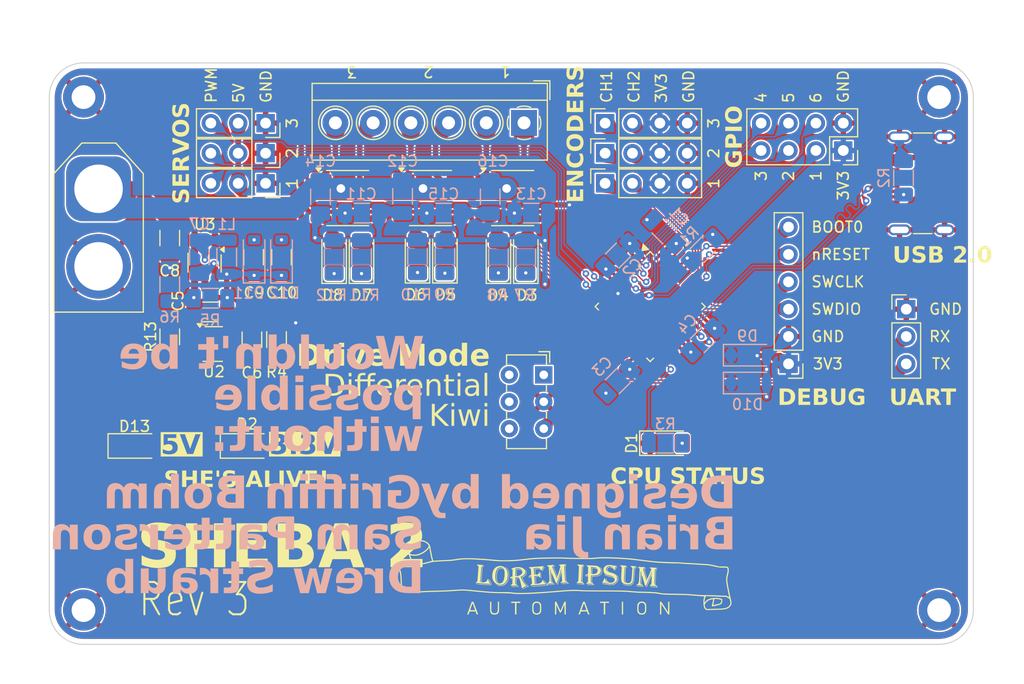
<source format=kicad_pcb>
(kicad_pcb (version 20240108) (generator "pcbnew") (generator_version "8.0")
  (title_block (title "SHEBA 2") (date "2024-04-21") (rev "3") (company "Lorem Ipsum Automation"))
  (layers (0 "F.Cu" power) (31 "B.Cu" signal) (34 "B.Paste" user) (35 "F.Paste" user) (36 "B.SilkS" user "B.Silkscreen") (37 "F.SilkS" user "F.Silkscreen") (38 "B.Mask" user) (39 "F.Mask" user) (44 "Edge.Cuts" user))
  (net 0 "")
  (net 1 "+BATT")
  (net 2 "GND")
  (net 3 "+5V")
  (net 4 "+3V3")
  (net 5 "M1_FWD")
  (net 6 "M2_FWD")
  (net 7 "BLINKY")
  (net 8 "M3_FWD")
  (net 9 "NRST")
  (net 10 "BOOT0")
  (net 12 "KIWI_DRIVE")
  (net 13 "SYS_SWDIO")
  (net 14 "SYS_SWCLK")
  (net 15 "Net-(D1-A)")
  (net 16 "Net-(D7-K)")
  (net 17 "M3_REV")
  (net 18 "M2_REV")
  (net 19 "M1_REV")
  (net 20 "Net-(D3-K)")
  (net 21 "Net-(D4-K)")
  (net 22 "Net-(D5-K)")
  (net 23 "Net-(D6-K)")
  (net 24 "USART3_RX")
  (net 25 "USART3_TX")
  (net 26 "/Power & Motors/M2_OUT2")
  (net 27 "/Power & Motors/M2_OUT1")
  (net 28 "GPIO5")
  (net 29 "GPIO2")
  (net 30 "GPIO3")
  (net 31 "GPIO4")
  (net 32 "GPIO1")
  (net 33 "Net-(P1-CC)")
  (net 34 "USB_D-")
  (net 35 "USB_D+")
  (net 36 "SERVO2")
  (net 37 "SERVO1")
  (net 38 "/Power & Motors/M1_OUT1")
  (net 39 "/Power & Motors/M1_OUT2")
  (net 40 "/Power & Motors/M3_OUT1")
  (net 41 "/Power & Motors/M3_OUT2")
  (net 42 "Net-(U3-BST)")
  (net 43 "Net-(U3-SW)")
  (net 44 "Net-(D2-A)")
  (net 45 "Net-(D8-K)")
  (net 46 "Net-(U3-FB)")
  (net 57 "ENC1_2")
  (net 58 "ENC1_1")
  (net 59 "ENC2_2")
  (net 60 "ENC2_1")
  (net 61 "ENC3_1")
  (net 62 "ENC3_2")
  (net 63 "SERVO3")
  (net 64 "GPIO6")
  (net 65 "Net-(D13-A)")
  (footprint "LED_SMD:LED_1206_3216Metric_Pad1.42x1.75mm_HandSolder" (layer "F.Cu") (at 61.2505 65.532)
    (property "Reference" "D13")
    (property "Value" "LED Green")
  )
  (footprint "Connector_PinSocket_2.54mm:PinSocket_1x03_P2.54mm_Vertical" (layer "F.Cu") (at 73.406 35.56 -90)
    (property "Reference" "J6" (hide yes))
    (property "Value" "Conn_01x03_Pin")
  )
  (footprint "Resistor_SMD:R_1206_3216Metric_Pad1.30x1.75mm_HandSolder" (layer "F.Cu") (at 74.422 55.652 -90)
    (property "Reference" "R4")
    (property "Value" "R220")
  )
  (footprint "Package_QFP:LQFP-48_7x7mm_P0.5mm" (layer "F.Cu") (at 109.0815 52.59 -45)
    (property "Reference" "U1" (hide yes))
    (property "Value" "STM32F072CBTx")
  )
  (footprint "Capacitor_SMD:C_1206_3216Metric_Pad1.33x1.80mm_HandSolder" (layer "F.Cu") (at 72.136 55.6645 -90)
    (property "Reference" "C6")
    (property "Value" "C1uF")
  )
  (footprint "Connector_PinHeader_2.54mm:PinHeader_1x03_P2.54mm_Vertical" (layer "F.Cu") (at 132.842 52.832)
    (property "Reference" "J1" (hide yes))
    (property "Value" "Conn_01x02_Pin")
  )
  (footprint "Package_SO:SOIC-8_3.9x4.9mm_P1.27mm" (layer "F.Cu") (at 88.7065 42.5185)
    (property "Reference" "MD2" (hide yes))
    (property "Value" "ZXBM5210-S")
  )
  (footprint "Library:lorem-ipsum-logo" (layer "F.Cu") (at 101.074199 79.879693)
    (property "Reference" "G***" (hide yes))
    (property "Value" "LOGO" (hide yes))
  )
  (footprint "Connector_PinSocket_2.54mm:PinSocket_1x03_P2.54mm_Vertical" (layer "F.Cu") (at 73.406 38.354 -90)
    (property "Reference" "J4" (hide yes))
    (property "Value" "Conn_01x03_Pin")
  )
  (footprint "LED_SMD:LED_1206_3216Metric_Pad1.42x1.75mm_HandSolder" (layer "F.Cu") (at 87.5015 47.943 90)
    (property "Reference" "D6")
    (property "Value" "LED Red")
  )
  (footprint "LED_SMD:LED_1206_3216Metric_Pad1.42x1.75mm_HandSolder" (layer "F.Cu") (at 79.766 47.9795 90)
    (property "Reference" "D8")
    (property "Value" "LED Red")
  )
  (footprint "LED_SMD:LED_1206_3216Metric_Pad1.42x1.75mm_HandSolder" (layer "F.Cu") (at 95.006 47.9795 90)
    (property "Reference" "D4")
    (property "Value" "LED Red")
  )
  (footprint "Button_Switch_THT:SW_E-Switch_EG1271_SPDT" (layer "F.Cu") (at 99.212 58.928 -90)
    (property "Reference" "SW1" (hide yes))
    (property "Value" "SPDT Switch")
  )
  (footprint "LOGO" (layer "F.Cu") (at 103.378 74.864212)
    (property "Reference" "G***" (hide yes))
    (property "Value" "LOGO" (hide yes))
  )
  (footprint "LED_SMD:LED_1206_3216Metric_Pad1.42x1.75mm_HandSolder" (layer "F.Cu") (at 97.546 47.9795 90)
    (property "Reference" "D3")
    (property "Value" "LED Green")
  )
  (footprint "Connector_PinHeader_2.54mm:PinHeader_1x06_P2.54mm_Vertical" (layer "F.Cu") (at 121.92 57.912 180)
    (property "Reference" "J3" (hide yes))
    (property "Value" "Conn_01x06_Pin")
  )
  (footprint "Capacitor_SMD:C_1206_3216Metric_Pad1.33x1.80mm_HandSolder" (layer "F.Cu") (at 72.294 48.006 90)
    (property "Reference" "C9")
    (property "Value" "C22uF")
  )
  (footprint "Package_TO_SOT_SMD:TSOT-23-6_HandSoldering" (layer "F.Cu") (at 67.77 48.514 -90)
    (property "Reference" "U3")
    (property "Value" "AP62300TWU")
  )
  (footprint "Connector_USB:USB_C_Receptacle_GCT_USB4105-xx-A_16P_TopMnt_Horizontal" (layer "F.Cu") (at 135.323 41.15 90)
    (property "Reference" "P1" (hide yes))
    (property "Value" "USB 2.0 Type-C Port")
  )
  (footprint "MountingHole:MountingHole_2.2mm_M2_DIN965_Pad" (layer "F.Cu") (at 135.89 80.772)
    (property "Reference" "H4" (hide yes))
    (property "Value" "MountingHole_Pad")
  )
  (footprint "Connector_PinSocket_2.54mm:PinSocket_1x04_P2.54mm_Vertical" (layer "F.Cu") (at 104.902 35.56 90)
    (property "Reference" "EP3" (hide yes))
    (property "Value" "Conn_01x04_Socket")
  )
  (footprint "Connector_PinSocket_2.54mm:PinSocket_2x04_P2.54mm_Vertical" (layer "F.Cu") (at 127 38.1 -90)
    (property "Reference" "J2" (hide yes))
    (property "Value" "Conn_02x04_Top_Bottom")
  )
  (footprint "Package_SO:SOIC-8_3.9x4.9mm_P1.27mm" (layer "F.Cu") (at 81.0215 42.5185)
    (property "Reference" "MD1" (hide yes))
    (property "Value" "ZXBM5210-S")
  )
  (footprint "Resistor_SMD:R_1206_3216Metric_Pad1.30x1.75mm_HandSolder" (layer "F.Cu") (at 64.516 55.398 -90)
    (property "Reference" "R13")
    (property "Value" "R220")
  )
  (footprint "Capacitor_SMD:C_1206_3216Metric_Pad1.33x1.80mm_HandSolder" (layer "F.Cu") (at 68.2875 53.086)
    (property "Reference" "C5")
    (property "Value" "C1uF")
  )
  (footprint "MountingHole:MountingHole_2.2mm_M2_DIN965_Pad" (layer "F.Cu") (at 56.515 33.147)
    (property "Reference" "H1" (hide yes))
    (property "Value" "MountingHole_Pad")
  )
  (footprint "MountingHole:MountingHole_2.2mm_M2_DIN965_Pad" (layer "F.Cu") (at 135.89 33.147)
    (property "Reference" "H3" (hide yes))
    (property "Value" "MountingHole_Pad")
  )
  (footprint "LED_SMD:LED_1206_3216Metric_Pad1.42x1.75mm_HandSolder" (layer "F.Cu") (at 71.6645 65.532)
    (property "Reference" "D2")
    (property "Value" "LED Green")
  )
  (footprint "Library:lorem-ipsum-insignia" (layer "F.Cu") (at 125.984 74.168)
    (property "Reference" "G***" (hide yes))
    (property "Value" "LOGO" (hide yes))
  )
  (footprint "MountingHole:MountingHole_2.2mm_M2_DIN965_Pad" (layer "F.Cu") (at 56.515 80.772)
    (property "Reference" "H2" (hide yes))
    (property "Value" "MountingHole_Pad")
  )
  (footprint "Package_SO:SOIC-8_3.9x4.9mm_P1.27mm" (layer "F.Cu") (at 96.3265 42.5185)
    (property "Reference" "MD3" (hide yes))
    (property "Value" "ZXBM5210-S")
  )
  (footprint "Connector_PinSocket_2.54mm:PinSocket_1x03_P2.54mm_Vertical" (layer "F.Cu") (at 73.406 41.148 -90)
    (property "Reference" "J5" (hide yes))
    (property "Value" "Conn_01x03_Pin")
  )
  (footprint "Package_TO_SOT_SMD:SOT-23-5_HandSoldering" (layer "F.Cu") (at 68.5 56.068)
    (property "Reference" "U2")
    (property "Value" "MIC5504-3.3YM5")
  )
  (footprint "LED_SMD:LED_1206_3216Metric_Pad1.42x1.75mm_HandSolder" (layer "F.Cu") (at 90.0415 47.943 90)
    (property "Reference" "D5")
    (property "Value" "LED Green")
  )
  (footprint "Connector_PinSocket_2.54mm:PinSocket_1x04_P2.54mm_Vertical" (layer "F.Cu") (at 104.902 41.148 90)
    (property "Reference" "EP1" (hide yes))
    (property "Value" "Conn_01x04_Socket")
  )
  (footprint "LED_SMD:LED_1206_3216Metric_Pad1.42x1.75mm_HandSolder" (layer "F.Cu") (at 110.569 65.278)
    (property "Reference" "D1")
    (property "Value" "LED Green")
  )
  (footprint "Connector_PinSocket_2.54mm:PinSocket_1x04_P2.54mm_Vertical" (layer "F.Cu") (at 104.902 38.354 90)
    (property "Reference" "EP2" (hide yes))
    (property "Value" "Conn_01x04_Socket")
  )
  (footprint "LED_SMD:LED_1206_3216Metric_Pad1.42x1.75mm_HandSolder" (layer "F.Cu") (at 82.306 47.9795 90)
    (property "Reference" "D7")
    (property "Value" "LED Green")
  )
  (footprint "Capacitor_SMD:C_1206_3216Metric_Pad1.33x1.80mm_HandSolder" (layer "F.Cu") (at 64.516 46.228 -90)
    (property "Reference" "C8")
    (property "Value" "C22uF")
  )
  (footprint "Capacitor_SMD:C_1206_3216Metric_Pad1.33x1.80mm_HandSolder" (layer "F.Cu") (at 74.882 48.006 90)
    (property "Reference" "C10")
    (property "Value" "C22uF")
  )
  (footprint "TerminalBlock_4Ucon:TerminalBlock_4Ucon_1x06_P3.50mm_Horizontal" (layer "F.Cu") (at 97.3815 35.5335 180)
    (property "Reference" "Motor Terminal1" (hide yes))
    (property "Value" "6x Motor Port")
  )
  (footprint "Connector_AMASS:AMASS_XT60-F_1x02_P7.20mm_Vertical" (layer "F.Cu") (at 57.912 41.656 -90)
    (property "Reference" "Battery1" (hide yes))
    (property "Value" "XT-60")
  )
  (footprint "Capacitor_SMD:C_1206_3216Metric_Pad1.33x1.80mm_HandSolder" (layer "B.Cu") (at 94.244 42.3915 -90)
    (property "Reference" "C16")
    (property "Value" "C1uF")
  )
  (footprint "Resistor_SMD:R_1206_3216Metric_Pad1.30x1.75mm_HandSolder" (layer "B.Cu") (at 95.006 47.9855 90)
    (property "Reference" "R8")
    (property "Value" "R220")
  )
  (footprint "Resistor_SMD:R_1206_3216Metric_Pad1.30x1.75mm_HandSolder" (layer "B.Cu") (at 87.5015 47.943 90)
    (property "Reference" "R10")
    (property "Value" "R220")
  )
  (footprint "Capacitor_SMD:C_1206_3216Metric_Pad1.33x1.80mm_HandSolder" (layer "B.Cu") (at 110.401146 45.631146 -45)
    (property "Reference" "C1")
    (property "Value" "C1uF")
  )
  (footprint "Capacitor_SMD:C_1206_3216Metric_Pad1.33x1.80mm_HandSolder" (layer "B.Cu") (at 67.262 48.005 -90)
    (property "Reference" "C7")
    (property "Value" "C1uF")
  )
  (footprint "Diode_SMD:D_SOD-123" (layer "B.Cu") (at 72.342 48.0445 90)
    (property "Reference" "D11")
    (property "Value" "D_Zener5V")
  )
  (footprint "Diode_SMD:D_SOD-123" (layer "B.Cu") (at 74.882 48.0445 90)
    (property "Reference" "D12")
    (property "Value" "D_Zener5V")
  )
  (footprint "Resistor_SMD:R_1206_3216Metric_Pad1.30x1.75mm_HandSolder" (layer "B.Cu") (at 82.306 47.9795 90)
    (property "Reference" "R11")
    (property "Value" "R220")
  )
  (footprint "Resistor_SMD:R_1206_3216Metric_Pad1.30x1.75mm_HandSolder" (layer "B.Cu") (at 110.5065 65.278)
    (property "Reference" "R3")
    (property "Value" "R220")
  )
  (footprint "Capacitor_SMD:C_1206_3216Metric_Pad1.33x1.80mm_HandSolder" (layer "B.Cu") (at 106.083146 59.524854 45)
    (property "Reference" "C3")
    (property "Value" "C1uF")
  )
  (footprint "Capacitor_SMD:C_1206_3216Metric_Pad1.33x1.80mm_HandSolder" (layer "B.Cu") (at 113.957146 55.714854 -135)
    (property "Reference" "C4")
    (property "Value" "C1uF")
  )
  (footprint "Capacitor_SMD:C_1206_3216Metric_Pad1.33x1.80mm_HandSolder" (layer "B.Cu") (at 98.054 43.9155)
    (property "Reference" "C13")
    (property "Value" "C1uF")
  )
  (footprint "Capacitor_SMD:C_1206_3216Metric_Pad1.33x1.80mm_HandSolder" (layer "B.Cu") (at 82.3445 43.9155)
    (property "Reference" "C11")
    (property "Value" "C1uF")
  )
  (footprint "Capacitor_SMD:C_1206_3216Metric_Pad1.33x1.80mm_HandSolder" (layer "B.Cu") (at 86.116 42.353 -90)
    (property "Reference" "C12")
    (property "Value" "C1uF")
  )
  (footprint "Resistor_SMD:R_1206_3216Metric_Pad1.30x1.75mm_HandSolder" (layer "B.Cu") (at 90.0415 47.943 90)
    (property "Reference" "R9")
    (property "Value" "R220")
  )
  (footprint "Diode_SMD:D_SOD-123" (layer "B.Cu") (at 118.236 59.69)
    (property "Reference" "D10")
    (property "Value" "D_Zener3.3V")
  )
  (footprint "Capacitor_SMD:C_1206_3216Metric_Pad1.33x1.80mm_HandSolder" (layer "B.Cu") (at 78.496 42.3915 -90)
    (property "Reference" "C14")
    (property "Value" "C1uF")
  )
  (footprint "Resistor_SMD:R_1206_3216Metric_Pad1.30x1.75mm_HandSolder" (layer "B.Cu") (at 97.546 47.9855 90)
    (property "Reference" "R7")
    (property "Value" "R220")
  )
  (footprint "Inductor_SMD:L_1206_3216Metric" (layer "B.Cu") (at 69.802 48.006 -90)
    (property "Reference" "L1")
    (property "Value" "L3.3uH")
  )
  (footprint "Capacitor_SMD:C_1206_3216Metric_Pad1.33x1.80mm_HandSolder" (layer "B.Cu") (at 106.083146 47.840854 -135)
    (property "Reference" "C2")
    (property "Value" "C1uF")
  )
  (footprint "Resistor_SMD:R_1206_3216Metric_Pad1.30x1.75mm_HandSolder" (layer "B.Cu") (at 68.3 51.816 180)
    (property "Reference" "R5")
    (property "Value" "R56.2k")
  )
  (footprint "Capacitor_SMD:C_1206_3216Metric_Pad1.33x1.80mm_HandSolder" (layer "B.Cu") (at 89.926 43.9155)
    (property "Reference" "C15")
    (property "Value" "C1uF")
  )
  (footprint "Resistor_SMD:R_1206_3216Metric_Pad1.30x1.75mm_HandSolder" (layer "B.Cu") (at 132.588 40.64 -90)
    (property "Reference" "R2")
    (property "Value" "R5.11K")
  )
  (footprint "Diode_SMD:D_SOD-123" (layer "B.Cu") (at 118.236 57.102)
    (property "Reference" "D9")
    (property "Value" "D_Zener3.3V")
  )
  (footprint "Resistor_SMD:R_1206_3216Metric_Pad1.30x1.75mm_HandSolder" (layer "B.Cu") (at 113.965984 47.324016 45)
    (property "Reference" "R1")
    (property "Value" "R10k")
  )
  (footprint "Resistor_SMD:R_1206_3216Metric_Pad1.30x1.75mm_HandSolder" (layer "B.Cu") (at 79.766 47.9795 90)
    (property "Reference" "R12")
    (property "Value" "R220")
  )
  (footprint "Resistor_SMD:R_1206_3216Metric_Pad1.30x1.75mm_HandSolder" (layer "B.Cu") (at 64.516 50.546 90)
    (property "Reference" "R6")
    (property "Value" "R10k")
  )
  (gr_line (start 139.065 33.147) (end 139.065 80.772) (stroke (width 0.1)) (layer "Edge.Cuts"))
  (gr_line (start 56.515 29.972) (end 135.89 29.972) (stroke (width 0.1)) (layer "Edge.Cuts"))
  (gr_line (start 53.34 80.772) (end 53.34 33.147) (stroke (width 0.1)) (layer "Edge.Cuts"))
  (gr_arc (start 139.065 80.772) (mid 138.135064 83.017064) (end 135.89 83.947) (stroke (width 0.1)) (layer "Edge.Cuts"))
  (gr_line (start 135.89 83.947) (end 56.515 83.947) (stroke (width 0.1)) (layer "Edge.Cuts"))
  (gr_arc (start 135.89 29.972) (mid 138.135064 30.901936) (end 139.065 33.147) (stroke (width 0.1)) (layer "Edge.Cuts"))
  (gr_arc (start 53.34 33.147) (mid 54.269936 30.901936) (end 56.515 29.972) (stroke (width 0.1)) (layer "Edge.Cuts"))
  (gr_arc (start 56.515 83.947) (mid 54.269936 83.017064) (end 53.34 80.772) (stroke (width 0.1)) (layer "Edge.Cuts"))
  (gr_text "Designed by\n" (at 117.094 68.326 0) (layer "B.SilkS") (effects (font (size 3 3) (thickness 0.3) (bold yes)) (justify left top mirror)))
  (gr_text "Drew Straub" (at 88.138 76.2 0) (layer "B.SilkS") (effects (font (size 3 3) (thickness 0.3) (bold yes)) (justify left top mirror)))
  (gr_text "Sam Patterson" (at 88.138 72.136 0) (layer "B.SilkS") (effects (font (size 3 3) (thickness 0.3) (bold yes)) (justify left top mirror)))
  (gr_text "Brian Jia" (at 117.094 72.136 0) (layer "B.SilkS") (effects (font (size 3 3) (thickness 0.3) (bold yes)) (justify left top mirror)))
  (gr_text "Griffin Bohm" (at 87.884 68.326 0) (layer "B.SilkS") (effects (font (size 3 3) (thickness 0.3) (bold yes)) (justify left top mirror)))
  (gr_text "Wouldn't be\n" (at 88.138 55.372 0) (layer "B.SilkS") (effects (font (size 3 3) (thickness 0.3) (bold yes)) (justify left top mirror)))
  (gr_text "without:" (at 88.138 62.992 0) (layer "B.SilkS") (effects (font (size 3 3) (thickness 0.3) (bold yes)) (justify left top mirror)))
  (gr_text "possible" (at 88.138 59.182 0) (layer "B.SilkS") (effects (font (size 3 3) (thickness 0.3) (bold yes)) (justify left top mirror)))
  (gr_text "1" (at 115.57 41.148 90) (layer "F.SilkS") (effects (font (size 1 1)) (justify bottom)))
  (gr_text "ENCODERS" (at 103.124 36.576 90) (layer "F.SilkS") (effects (font (size 1.5 1.5) (thickness 0.3) (bold yes)) (justify bottom)))
  (gr_text "GPIO" (at 116.078 36.83 90) (layer "F.SilkS") (effects (font (size 1.5 1.5) (thickness 0.3) (bold yes)) (justify top)))
  (gr_text "3" (at 115.57 35.56 90) (layer "F.SilkS") (effects (font (size 1 1)) (justify bottom)))
  (gr_text "3V3" (at 110.1205 33.782 90) (layer "F.SilkS") (effects (font (size 1 1)) (justify left)))
  (gr_text "nRESET" (at 123.952 47.752 0) (layer "F.SilkS") (effects (font (size 1 1)) (justify left)))
  (gr_text "GND" (at 123.952 55.372 0) (layer "F.SilkS") (effects (font (size 1 1)) (justify left)))
  (gr_text "3V3" (at 127 39.878 90) (layer "F.SilkS") (effects (font (size 1 1)) (justify right)))
  (gr_text "GND\n" (at 127 33.782 90) (layer "F.SilkS") (effects (font (size 1 1)) (justify left)))
  (gr_text "USB 2.0" (at 131.572 48.768 0) (layer "F.SilkS") (effects (font (size 1.5 1.5) (thickness 0.3) (bold yes)) (justify left bottom)))
  (gr_text "Rev 3" (at 61.468 81.534 0) (layer "F.SilkS") (effects (font (size 3 2.4) (thickness 0.1875)) (justify left bottom)))
  (gr_text "2" (at 76.454 38.354 90) (layer "F.SilkS") (effects (font (size 1 1)) (justify bottom)))
  (gr_text "RX" (at 134.874 55.372 0) (layer "F.SilkS") (effects (font (size 1 1)) (justify left)))
  (gr_text "CH1" (at 105.0405 33.782 90) (layer "F.SilkS") (effects (font (size 1 1)) (justify left)))
  (gr_text "GND" (at 112.6605 33.782 90) (layer "F.SilkS") (effects (font (size 1 1)) (justify left)))
  (gr_text "SHE'S ALIVE!" (at 71.628 69.596 0) (layer "F.SilkS") (effects (font (size 1.5 1.5) (thickness 0.3) (bold yes)) (justify bottom)))
  (gr_text "PWM" (at 68.369 33.782 90) (layer "F.SilkS") (effects (font (size 1 1)) (justify left)))
  (gr_text "3" (at 81.4055 30.2145 180) (layer "F.SilkS") (effects (font (size 1 1)) (justify bottom)))
  (gr_text "Differential" (at 94.234 61.214 0) (layer "F.SilkS") (effects (font (size 2 2) (thickness 0.1875)) (justify right bottom)))
  (gr_text "GND" (at 73.449 33.782 90) (layer "F.SilkS") (effects (font (size 1 1)) (justify left)))
  (gr_text "5V" (at 70.909 33.782 90) (layer "F.SilkS") (effects (font (size 1 1)) (justify left)))
  (gr_text "GND" (at 134.874 52.832 0) (layer "F.SilkS") (effects (font (size 1 1)) (justify left)))
  (gr_text "3" (at 119.38 39.878 90) (layer "F.SilkS") (effects (font (size 1 1)) (justify right)))
  (gr_text "SWCLK" (at 123.952 50.292 0) (layer "F.SilkS") (effects (font (size 1 1)) (justify left)))
  (gr_text "2" (at 88.5175 30.1995 180) (layer "F.SilkS") (effects (font (size 1 1)) (justify bottom)))
  (gr_text "3" (at 76.454 35.56 90) (layer "F.SilkS") (effects (font (size 1 1)) (justify bottom)))
  (gr_text "1" (at 95.6295 30.1995 180) (layer "F.SilkS") (effects (font (size 1 1)) (justify bottom)))
  (gr_text "TX" (at 135.128 57.912 0) (layer "F.SilkS") (effects (font (size 1 1)) (justify left)))
  (gr_text "Kiwi" (at 94.234 64.008 0) (layer "F.SilkS") (effects (font (size 2 2) (thickness 0.1875)) (justify right bottom)))
  (gr_text "SERVOS" (at 66.548 38.354 90) (layer "F.SilkS") (effects (font (size 1.5 1.5) (thickness 0.3) (bold yes)) (justify bottom)))
  (gr_text "UART" (at 134.366 61.976 0) (layer "F.SilkS") (effects (font (size 1.5 1.5) (thickness 0.3) (bold yes)) (justify bottom)))
  (gr_text "3V3" (at 124.0905 57.912 0) (layer "F.SilkS") (effects (font (size 1 1)) (justify left)))
  (gr_text "3.3V" (at 76.962 65.532 0) (layer "F.SilkS" knockout) (effects (font (size 1.8 1.8) (thickness 0.3) (bold yes))))
  (gr_text "5" (at 121.92 33.782 90) (layer "F.SilkS") (effects (font (size 1 1)) (justify left)))
  (gr_text "SWDIO" (at 123.952 52.832 0) (layer "F.SilkS") (effects (font (size 1 1)) (justify left)))
  (gr_text "BOOT0" (at 123.952 45.212 0) (layer "F.SilkS") (effects (font (size 1 1)) (justify left)))
  (gr_text "6" (at 124.46 33.782 90) (layer "F.SilkS") (effects (font (size 1 1)) (justify left)))
  (gr_text "4" (at 119.38 33.782 90) (layer "F.SilkS") (effects (font (size 1 1)) (justify left)))
  (gr_text "2" (at 115.57 38.354 90) (layer "F.SilkS") (effects (font (size 1 1)) (justify bottom)))
  (gr_text "5V" (at 65.532 65.532 0) (layer "F.SilkS" knockout) (effects (font (size 1.8 1.8) (thickness 0.3) (bold yes))))
  (gr_text "CH2" (at 107.5805 33.782 90) (layer "F.SilkS") (effects (font (size 1 1)) (justify left)))
  (gr_text "2" (at 121.92 39.878 90) (layer "F.SilkS") (effects (font (size 1 1)) (justify right)))
  (gr_text "CPU STATUS" (at 105.3955 69.31 0) (layer "F.SilkS") (effects (font (size 1.5 1.5) (thickness 0.3) (bold yes)) (justify left bottom)))
  (gr_text "DEBUG" (at 120.904 61.976 0) (layer "F.SilkS") (effects (font (size 1.5 1.5) (thickness 0.3) (bold yes)) (justify left bottom)))
  (gr_text "1" (at 76.454 41.148 90) (layer "F.SilkS") (effects (font (size 1 1)) (justify bottom)))
  (gr_text "1" (at 124.46 39.878 90) (layer "F.SilkS") (effects (font (size 1 1)) (justify right)))
  (gr_text "Drive Mode" (at 94.234 58.42 0) (layer "F.SilkS") (effects (font (size 2 2) (thickness 0.3) (bold yes)) (justify right bottom)))
  (gr_text "SHEBA 2" (at 61.468 77.47 0) (layer "F.SilkS") (effects (font (size 4 4) (thickness 0.3) (bold yes)) (justify left bottom)))
  (segment (start 66.82 46.804) (end 66.82 45.278) (width 0.5) (layer "F.Cu") (net 1))
  (segment (start 87.7555 41.8835) (end 88.0095 41.6295) (width 0.5) (layer "F.Cu") (net 1))
  (segment (start 57.912 41.656) (end 61.4585 41.656) (width 1) (layer "F.Cu") (net 1))
  (segment (start 86.2315 41.8835) (end 87.7555 41.8835) (width 0.5) (layer "F.Cu") (net 1))
  (segment (start 95.768 41.6295) (end 95.514 41.8835) (width 0.5) (layer "F.Cu") (net 1))
  (segment (start 66.2075 44.6655) (end 64.468 44.6655) (width 0.5) (layer "F.Cu") (net 1))
  (segment (start 61.4585 41.656) (end 64.468 44.6655) (width 1) (layer "F.Cu") (net 1))
  (segment (start 66.82 45.278) (end 66.2075 44.6655) (width 0.5) (layer "F.Cu") (net 1))
  (segment (start 80.1355 41.8835) (end 80.3895 41.6295) (width 0.5) (layer "F.Cu") (net 1))
  (segment (start 78.5465 41.8835) (end 80.1355 41.8835) (width 0.5) (layer "F.Cu") (net 1))
  (segment (start 95.514 41.8835) (end 94.371003 41.8835) (width 0.5) (layer "F.Cu") (net 1))
  (via (at 95.768 41.6295) (size 1.2) (drill 0.8) (layers "F.Cu" "B.Cu") (net 1))
  (via (at 88.0095 41.6295) (size 1.2) (drill 0.8) (layers "F.Cu" "B.Cu") (net 1))
  (via (at 80.3895 41.6295) (size 1.2) (drill 0.8) (layers "F.Cu" "B.Cu") (net 1))
  (segment (start 95.768 41.6295) (end 95.763 41.6245) (width 2) (layer "B.Cu") (net 1))
  (segment (start 95.763 41.6245) (end 80.3945 41.6245) (width 2) (layer "B.Cu") (net 1))
  (segment (start 59.69 43.434) (end 58.875 42.619) (width 2) (layer "B.Cu") (net 1))
  (segment (start 77.800872 41.6295) (end 75.996372 43.434) (width 2) (layer "B.Cu") (net 1))
  (segment (start 80.3895 41.6295) (end 77.800872 41.6295) (width 2) (layer "B.Cu") (net 1))
  (segment (start 75.996372 43.434) (end 59.69 43.434) (width 2) (layer "B.Cu") (net 1))
  (segment (start 80.3945 41.6245) (end 80.3895 41.6295) (width 2) (layer "B.Cu") (net 1))
  (via (at 72.342 46.3945) (size 0.6) (drill 0.3) (layers "F.Cu" "B.Cu") (net 2))
  (via (at 119.888 60.96) (size 0.6) (drill 0.3) (layers "F.Cu" "B.Cu") (net 2))
  (via (at 104.978292 60.629708) (size 0.6) (drill 0.3) (layers "F.Cu" "B.Cu") (net 2))
  (via (at 112.852292 56.819708) (size 0.6) (drill 0.3) (layers "F.Cu" "B.Cu") (net 2))
  (via (at 64.516 48.996) (size 0.6) (drill 0.3) (layers "F.Cu" "B.Cu") (net 2))
  (via (at 114.888016 45.893984) (size 0.6) (drill 0.3) (layers "F.Cu" "B.Cu") (net 2))
  (via (at 77.988 46.2015) (size 0.6) (drill 0.3) (layers "F.Cu" "B.Cu") (net 2))
  (via (at 108.788292 44.526292) (size 0.6) (drill 0.3) (layers "F.Cu" "B.Cu") (net 2))
  (via (at 119.888 58.42) (size 0.6) (drill 0.3) (layers "F.Cu" "B.Cu") (net 2))
  (via (at 104.978292 49.110854) (size 0.6) (drill 0.3) (layers "F.Cu" "B.Cu") (net 2))
  (via (at 99.324 46.4555) (size 0.6) (drill 0.3) (layers "F.Cu" "B.Cu") (net 2))
  (via (at 74.882 46.3945) (size 0.6) (drill 0.3) (layers "F.Cu" "B.Cu") (net 2))
  (via (at 99.324 50.5195) (size 0.6) (drill 0.3) (layers "F.Cu" "B.Cu") (net 2))
  (segment (start 83.9455 43.6615) (end 83.9455 46.2775) (width 0.5) (layer "B.Cu") (net 2))
  (segment (start 119.886 59.69) (end 119.886 60.958) (width 0.5) (layer "B.Cu") (net 2))
  (segment (start 99.324 50.5195) (end 99.324 46.4555) (width 0.5) (layer "B.Cu") (net 2))
  (segment (start 83.9455 46.2775) (end 83.83 46.393) (width 0.5) (layer "B.Cu") (net 2))
  (segment (start 99.2615 46.393) (end 97.546 46.393) (width 0.5) (layer "B.Cu") (net 2))
  (segment (start 91.5655 43.9155) (end 93.559 43.9155) (width 0.5) (layer "B.Cu") (net 2))
  (segment (start 132.218 38.466) (end 132.588 38.836) (width 0.25) (layer "B.Cu") (net 2))
  (segment (start 119.886 57.102) (end 120.19 57.102) (width 0.5) (layer "B.Cu") (net 2))
  (segment (start 99.324 46.4555) (end 99.2615 46.393) (width 0.5) (layer "B.Cu") (net 2))
  (segment (start 78.1795 46.393) (end 83.83 46.393) (width 0.5) (layer "B.Cu") (net 2))
  (segment (start 78.1795 46.393) (end 77.988 46.2015) (width 0.5) (layer "B.Cu") (net 2))
  (segment (start 77.988 46.2015) (end 77.988 44.462) (width 0.5) (layer "B.Cu") (net 2))
  (segment (start 91.5655 46.2775) (end 91.45 46.393) (width 0.5) (layer "B.Cu") (net 2))
  (segment (start 77.988 44.462) (end 78.496 43.954) (width 0.5) (layer "B.Cu") (net 2))
  (segment (start 99.324 46.4555) (end 99.324 44.208) (width 0.5) (layer "B.Cu") (net 2))
  (segment (start 119.886 60.958) (end 119.888 60.96) (width 0.5) (layer "B.Cu") (net 2))
  (segment (start 83.9455 43.6615) (end 85.862 43.6615) (width 0.5) (layer "B.Cu") (net 2))
  (segment (start 119.886 57.102) (end 119.886 58.418) (width 0.5) (layer "B.Cu") (net 2))
  (segment (start 91.5655 43.9155) (end 91.5655 46.2775) (width 0.5) (layer "B.Cu") (net 2))
  (segment (start 83.83 46.393) (end 91.45 46.393) (width 0.5) (layer "B.Cu") (net 2))
  (segment (start 119.886 58.418) (end 119.888 58.42) (width 0.5) (layer "B.Cu") (net 2))
  (segment (start 119.888 58.42) (end 119.888 59.688) (width 0.5) (layer "B.Cu") (net 2))
  (segment (start 132.218 36.83) (end 132.218 38.466) (width 0.25) (layer "B.Cu") (net 2))
  (segment (start 91.45 46.393) (end 97.546 46.393) (width 0.5) (layer "B.Cu") (net 2))
  (segment (start 120.19 57.102) (end 121.92 55.372) (width 0.5) (layer "B.Cu") (net 2))
  (segment (start 133.887 38.75) (end 134.029 38.608) (width 0.5) (layer "F.Cu") (net 3))
  (segment (start 67.929999 55.118) (end 67.15 55.118) (width 0.5) (layer "F.Cu") (net 3))
  (segment (start 68.054 51.757) (end 66.725 53.086) (width 0.5) (layer "F.Cu") (net 3))
  (segment (start 129.54 32.004) (end 78.486 32.004) (width 0.5) (layer "F.Cu") (net 3))
  (segment (start 66.725 54.693) (end 67.15 55.118) (width 0.5) (layer "F.Cu") (net 3))
  (segment (start 69.802 51.709) (end 69.85 51.757) (width 0.5) (layer "F.Cu") (net 3))
  (segment (start 133.858 36.322) (end 129.54 32.004) (width 0.5) (layer "F.Cu") (net 3))
  (segment (start 71.628 42.672) (end 76.708 42.672) (width 0.5) (layer "F.Cu") (net 3))
  (segment (start 131.643 38.75) (end 133.887 38.75) (width 0.5) (layer "F.Cu") (net 3))
  (segment (start 70.866 40.64) (end 70.866 41.91) (width 0.5) (layer "F.Cu") (net 3))
  (segment (start 74.882 49.6945) (end 76.708 47.8685) (width 0.5) (layer "F.Cu") (net 3))
  (segment (start 134.029 38.608) (end 134.029 36.493) (width 0.5) (layer "F.Cu") (net 3))
  (segment (start 67.15 55.118) (end 65.786 55.118) (width 0.508) (layer "F.Cu") (net 3))
  (segment (start 132.726 43.55) (end 134.029 42.247) (width 0.5) (layer "F.Cu") (net 3))
  (segment (start 131.643 38.75) (end 131.643 39.4) (width 0.25) (layer "F.Cu") (net 3))
  (segment (start 68.309 55.497001) (end 67.929999 55.118) (width 0.5) (layer "F.Cu") (net 3))
  (segment (start 74.882 49.6945) (end 72.342 49.6945) (width 0.5) (layer "F.Cu") (net 3))
  (segment (start 76.708 33.782) (end 76.708 42.672) (width 0.5) (layer "F.Cu") (net 3))
  (segment (start 65.786 55.118) (end 64.516 53.848) (width 0.508) (layer "F.Cu") (net 3))
  (segment (start 69.802 49.581) (end 69.802 51.709) (width 0.5) (layer "F.Cu") (net 3))
  (segment (start 69.85 51.757) (end 68.054 51.757) (width 0.5) (layer "F.Cu") (net 3))
  (segment (start 134.029 36.493) (end 133.858 36.322) (width 0.5) (layer "F.Cu") (net 3))
  (segment (start 70.866 41.91) (end 71.628 42.672) (width 0.5) (layer "F.Cu") (net 3))
  (segment (start 67.750298 57.018) (end 68.309 56.459298) (width 0.5) (layer "F.Cu") (net 3))
  (segment (start 78.486 32.004) (end 76.708 33.782) (width 0.5) (layer "F.Cu") (net 3))
  (segment (start 134.029 42.247) (end 134.029 38.608) (width 0.5) (layer "F.Cu") (net 3))
  (segment (start 131.643 43.55) (end 132.726 43.55) (width 0.5) (layer "F.Cu") (net 3))
  (segment (start 66.725 53.086) (end 66.725 54.693) (width 0.5) (layer "F.Cu") (net 3))
  (segment (start 68.309 56.459298) (end 68.309 55.497001) (width 0.5) (layer "F.Cu") (net 3))
  (segment (start 70.866 35.052) (end 70.866 40.64) (width 0.5) (layer "F.Cu") (net 3))
  (segment (start 76.708 47.8685) (end 76.708 42.672) (width 0.5) (layer "F.Cu") (net 3))
  (segment (start 67.15 57.018) (end 67.750298 57.018) (width 0.5) (layer "F.Cu") (net 3))
  (via (at 72.342 49.6945) (size 0.6) (drill 0.3) (layers "F.Cu" "B.Cu") (net 3))
  (via (at 74.882 49.6945) (size 0.6) (drill 0.3) (layers "F.Cu" "B.Cu") (net 3))
  (via (at 69.802 49.581) (size 0.6) (drill 0.3) (layers "F.Cu" "B.Cu") (net 3))
  (via (at 69.85 51.757) (size 0.6) (drill 0.3) (layers "F.Cu" "B.Cu") (net 3))
  (segment (start 74.7685 49.581) (end 69.802 49.581) (width 0.5) (layer "B.Cu") (net 3))
  (segment (start 111.046412 46.736) (end 110.080288 47.702124) (width 0.25) (layer "F.Cu") (net 4))
  (segment (start 107.188 58.372588) (end 108.082712 57.477876) (width 0.25) (layer "F.Cu") (net 4))
  (segment (start 121.158 57.15) (end 121.92 57.912) (width 0.5) (layer "F.Cu") (net 4))
  (segment (start 96.4915 43.9155) (end 96.4915 43.881) (width 0.5) (layer "F.Cu") (net 4))
  (segment (start 107.188 46.736) (end 107.188 46.807412) (width 0.25) (layer "F.Cu") (net 4))
  (segment (start 80.782 43.546) (end 80.3895 43.1535) (width 0.5) (layer "F.Cu") (net 4))
  (segment (start 80.3895 43.1535) (end 78.5465 43.1535) (width 0.5) (layer "F.Cu") (net 4))
  (segment (start 106.101867 51.378133) (end 105.254285 50.530551) (width 0.25) (layer "F.Cu") (net 4))
  (segment (start 80.782 43.9155) (end 80.782 43.546) (width 0.5) (layer "F.Cu") (net 4))
  (segment (start 74.422 54.102) (end 76.2 54.102) (width 0.5) (layer "F.Cu") (net 4))
  (segment (start 69.85 55.118) (end 71.12 55.118) (width 0.5) (layer "F.Cu") (net 4))
  (segment (start 88.3635 43.9155) (end 88.3635 43.2535) (width 0.5) (layer "F.Cu") (net 4))
  (segment (start 115.062 54.61) (end 114.990588 54.61) (width 0.25) (layer "F.Cu") (net 4))
  (segment (start 111.506 46.736) (end 111.046412 46.736) (width 0.25) (layer "F.Cu") (net 4))
  (segment (start 119.007 57.15) (end 121.158 57.15) (width 0.5) (layer "F.Cu") (net 4))
  (segment (start 101.596 43.1535) (end 98.8015 43.1535) (width 0.5) (layer "F.Cu") (net 4))
  (segment (start 72.136 54.102) (end 74.422 54.102) (width 0.5) (layer "F.Cu") (net 4))
  (segment (start 80.6435 43.1535) (end 80.3895 43.1535) (width 0.5) (layer "F.Cu") (net 4))
  (segment (start 96.4915 43.881) (end 95.764 43.1535) (width 0.5) (layer "F.Cu") (net 4))
  (segment (start 78.5465 43.1535) (end 98.8015 43.1535) (width 0.5) (layer "F.Cu") (net 4))
  (segment (start 71.12 55.118) (end 72.136 54.102) (width 0.5) (layer "F.Cu") (net 4))
  (segment (start 88.2635 43.1535) (end 86.2315 43.1535) (width 0.5) (layer "F.Cu") (net 4))
  (segment (start 107.188 46.807412) (end 108.082712 47.702124) (width 0.25) (layer "F.Cu") (net 4))
  (segment (start 107.188 58.42) (end 107.188 58.372588) (width 0.25) (layer "F.Cu") (net 4))
  (segment (start 95.764 43.1535) (end 93.8515 43.1535) (width 0.5) (layer "F.Cu") (net 4))
  (segment (start 114.990588 54.61) (end 113.969376 53.588788) (width 0.25) (layer "F.Cu") (net 4))
  (segment (start 88.3635 43.2535) (end 88.2635 43.1535) (width 0.5) (layer "F.Cu") (net 4))
  (via (at 107.188 58.42) (size 0.6) (drill 0.3) (layers "F.Cu" "B.Cu") (net 4))
  (via (at 76.2 54.102) (size 0.6) (drill 0.3) (layers "F.Cu" "B.Cu") (net 4))
  (via (at 80.782 43.9155) (size 0.6) (drill 0.3) (layers "F.Cu" "B.Cu") (net 4))
  (via (at 106.101867 51.378133) (size 0.6) (drill 0.3) (layers "F.Cu" "B.Cu") (net 4))
  (via (at 107.188 46.736) (size 0.6) (drill 0.3) (layers "F.Cu" "B.Cu") (net 4))
  (via (at 115.062 54.61) (size 0.6) (drill 0.3) (layers "F.Cu" "B.Cu") (net 4))
  (via (at 101.596 43.1535) (size 0.6) (drill 0.3) (layers "F.Cu" "B.Cu") (net 4))
  (via (at 111.506 46.736) (size 0.6) (drill 0.3) (layers "F.Cu" "B.Cu") (net 4))
  (via (at 88.3635 43.9155) (size 0.6) (drill 0.3) (layers "F.Cu" "B.Cu") (net 4))
  (via (at 96.4915 43.9155) (size 0.6) (drill 0.3) (layers "F.Cu" "B.Cu") (net 4))
  (via (at 119.007 57.15) (size 0.6) (drill 0.3) (layers "F.Cu" "B.Cu") (net 4))
  (segment (start 97.546 45.679) (end 98.8015 44.4235) (width 0.25) (layer "F.Cu") (net 5))
  (segment (start 97.546 46.492) (end 97.546 45.679) (width 0.25) (layer "F.Cu") (net 5))
  (segment (start 98.308 46.492) (end 97.546 46.492) (width 0.127) (layer "F.Cu") (net 5))
  (segment (start 104.193624 53.588788) (end 104.193624 52.377624) (width 0.127) (layer "F.Cu") (net 5))
  (segment (start 104.193624 52.377624) (end 98.308 46.492) (width 0.127) (layer "F.Cu") (net 5))
  (segment (start 103.071395 54.138159) (end 103.071395 51.973815) (width 0.127) (layer "F.Cu") (net 6))
  (segment (start 105.254285 54.649449) (end 104.819378 55.084356) (width 0.127) (layer "F.Cu") (net 6))
  (segment (start 103.071395 51.973815) (end 98.74658 47.649) (width 0.127) (layer "F.Cu") (net 6))
  (segment (start 91.1815 44.4235) (end 90.0415 45.5635) (width 0.25) (layer "F.Cu") (net 6))
  (segment (start 91.235 47.649) (end 90.0415 46.4555) (width 0.127) (layer "F.Cu") (net 6))
  (segment (start 98.74658 47.649) (end 91.235 47.649) (width 0.127) (layer "F.Cu") (net 6))
  (segment (start 104.017592 55.084356) (end 103.071395 54.138159) (width 0.127) (layer "F.Cu") (net 6))
  (segment (start 90.0415 45.5635) (end 90.0415 46.4555) (width 0.25) (layer "F.Cu") (net 6))
  (segment (start 104.819378 55.084356) (end 104.017592 55.084356) (width 0.127) (layer "F.Cu") (net 6))
  (segment (start 110.998 58.395588) (end 110.998 58.42) (width 0.13) (layer "F.Cu") (net 7))
  (segment (start 110.080288 57.477876) (end 110.998 58.395588) (width 0.13) (layer "F.Cu") (net 7))
  (via (at 110.998 58.42) (size 0.6) (drill 0.3) (layers "F.Cu" "B.Cu") (net 7))
  (segment (start 110.998 58.42) (end 108.9565 60.4615) (width 0.13) (layer "B.Cu") (net 7))
  (segment (start 108.9565 60.4615) (end 108.9565 65.278) (width 0.13) (layer "B.Cu") (net 7))
  (segment (start 83.971 48.157) (end 82.306 46.492) (width 0.127) (layer "F.Cu") (net 8))
  (segment (start 105.526483 55.791463) (end 104.006279 55.791463) (width 0.127) (layer "F.Cu") (net 8))
  (segment (start 98.53616 48.157) (end 83.971 48.157) (width 0.127) (layer "F.Cu") (net 8))
  (segment (start 102.563395 52.184235) (end 98.53616 48.157) (width 0.127) (layer "F.Cu") (net 8))
  (segment (start 104.006279 55.791463) (end 102.563395 54.348579) (width 0.127) (layer "F.Cu") (net 8))
  (segment (start 105.961391 55.356555) (end 105.526483 55.791463) (width 0.127) (layer "F.Cu") (net 8))
  (segment (start 84.1995 44.4235) (end 84.4535 44.1695) (width 0.13) (layer "F.Cu") (net 8))
  (segment (start 102.563395 54.348579) (end 102.563395 52.184235) (width 0.127) (layer "F.Cu") (net 8))
  (segment (start 118.872 47.752) (end 118.618 47.752) (width 0.13) (layer "F.Cu") (net 9))
  (segment (start 108.985319 51.539) (end 107.676946 51.539) (width 0.13) (layer "F.Cu") (net 9))
  (segment (start 118.618 47.752) (end 114.554 47.752) (width 0.13) (layer "F.Cu") (net 9))
  (segment (start 118.872 47.752) (end 121.92 47.752) (width 0.13) (layer "F.Cu") (net 9))
  (segment (start 107.676946 51.539) (end 106.399798 50.261852) (width 0.13) (layer "F.Cu") (net 9))
  (via (at 108.985319 51.539) (size 0.6) (drill 0.3) (layers "F.Cu" "B.Cu") (net 9))
  (via (at 114.554 47.752) (size 0.6) (drill 0.3) (layers "F.Cu" "B.Cu") (net 9))
  (segment (start 108.985319 51.539) (end 110.767 51.539) (width 0.13) (layer "B.Cu") (net 9))
  (segment (start 110.767 51.539) (end 114.554 47.752) (width 0.13) (layer "B.Cu") (net 9))
  (segment (start 120.142 46.99) (end 121.92 45.212) (width 0.13) (layer "F.Cu") (net 10))
  (segment (start 112.521 48.089244) (end 111.494502 49.115742) (width 0.13) (layer "F.Cu") (net 10))
  (segment (start 114.3 46.99) (end 120.142 46.99) (width 0.13) (layer "F.Cu") (net 10))
  (segment (start 111.494502 49.115742) (end 111.494502 49.116338) (width 0.13) (layer "F.Cu") (net 10))
  (via (at 112.521 48.089244) (size 0.6) (drill 0.3) (layers "F.Cu" "B.Cu") (net 10))
  (via (at 114.3 46.99) (size 0.6) (drill 0.3) (layers "F.Cu" "B.Cu") (net 10))
  (segment (start 113.200756 48.089244) (end 114.3 46.99) (width 0.13) (layer "B.Cu") (net 10))
  (segment (start 112.521 48.089244) (end 113.200756 48.089244) (width 0.13) (layer "B.Cu") (net 10))
  (segment (start 99.212 63.52016) (end 106.668498 56.063662) (width 0.13) (layer "F.Cu") (net 12))
  (segment (start 113.065173 52.796827) (end 112.522 53.34) (width 0.13) (layer "F.Cu") (net 13))
  (segment (start 112.522 53.555626) (end 113.262269 54.295895) (width 0.13) (layer "F.Cu") (net 13))
  (segment (start 121.884827 52.796827) (end 113.065173 52.796827) (width 0.13) (layer "F.Cu") (net 13))
  (segment (start 112.522 53.34) (end 112.522 53.555626) (width 0.13) (layer "F.Cu") (net 13))
  (segment (start 119.692798 52.519202) (end 121.92 50.292) (width 0.13) (layer "F.Cu") (net 14))
  (segment (start 114.897366 52.519202) (end 119.692798 52.519202) (width 0.13) (layer "F.Cu") (net 14))
  (segment (start 113.969376 51.591212) (end 114.897366 52.519202) (width 0.13) (layer "F.Cu") (net 14))
  (via (at 112.0565 65.278) (size 0.6) (drill 0.3) (layers "F.Cu" "B.Cu") (net 15))
  (via (at 82.306 49.5295) (size 0.6) (drill 0.3) (layers "F.Cu" "B.Cu") (net 16))
  (segment (start 104.000622 56.145016) (end 102.309395 54.453789) (width 0.127) (layer "F.Cu") (net 17))
  (segment (start 81.685 48.411) (end 79.766 46.492) (width 0.127) (layer "F.Cu") (net 17))
  (segment (start 102.309395 54.453789) (end 102.309395 52.289445) (width 0.127) (layer "F.Cu") (net 17))
  (segment (start 78.5465 44.4235) (end 79.766 45.643) (width 0.25) (layer "F.Cu") (net 17))
  (segment (start 98.43095 48.411) (end 81.685 48.411) (width 0.127) (layer "F.Cu") (net 17))
  (segment (start 79.766 45.643) (end 79.766 46.492) (width 0.25) (layer "F.Cu") (net 17))
  (segment (start 105.880038 56.145016) (end 104.000622 56.145016) (width 0.127) (layer "F.Cu") (net 17))
  (segment (start 106.314945 55.710109) (end 105.880038 56.145016) (width 0.127) (layer "F.Cu") (net 17))
  (segment (start 102.309395 52.289445) (end 98.43095 48.411) (width 0.127) (layer "F.Cu") (net 17))
  (segment (start 87.5015 46.4555) (end 87.5015 45.6935) (width 0.25) (layer "F.Cu") (net 18))
  (segment (start 102.817395 54.243369) (end 102.817395 52.079025) (width 0.127) (layer "F.Cu") (net 18))
  (segment (start 104.011936 55.43791) (end 102.817395 54.243369) (width 0.127) (layer "F.Cu") (net 18))
  (segment (start 88.949 47.903) (end 87.5015 46.4555) (width 0.127) (layer "F.Cu") (net 18))
  (segment (start 105.607838 55.003002) (end 105.17293 55.43791) (width 0.127) (layer "F.Cu") (net 18))
  (segment (start 102.817395 52.079025) (end 98.64137 47.903) (width 0.127) (layer "F.Cu") (net 18))
  (segment (start 87.5015 45.6935) (end 86.2315 44.4235) (width 0.25) (layer "F.Cu") (net 18))
  (segment (start 105.17293 55.43791) (end 104.011936 55.43791) (width 0.127) (layer "F.Cu") (net 18))
  (segment (start 98.64137 47.903) (end 88.949 47.903) (width 0.127) (layer "F.Cu") (net 18))
  (segment (start 95.006 45.578) (end 93.8515 44.4235) (width 0.25) (layer "F.Cu") (net 19))
  (segment (start 95.006 46.492) (end 95.006 45.578) (width 0.25) (layer "F.Cu") (net 19))
  (segment (start 104.547178 53.942342) (end 104.112271 54.377249) (width 0.127) (layer "F.Cu") (net 19))
  (segment (start 95.909 47.395) (end 95.006 46.492) (width 0.127) (layer "F.Cu") (net 19))
  (segment (start 104.112271 54.377249) (end 103.669695 54.377249) (width 0.127) (layer "F.Cu") (net 19))
  (segment (start 98.85179 47.395) (end 95.909 47.395) (width 0.127) (layer "F.Cu") (net 19))
  (segment (start 103.669695 54.377249) (end 103.325395 54.032949) (width 0.127) (layer "F.Cu") (net 19))
  (segment (start 103.325395 54.032949) (end 103.325395 51.868605) (width 0.127) (layer "F.Cu") (net 19))
  (segment (start 103.325395 51.868605) (end 98.85179 47.395) (width 0.127) (layer "F.Cu") (net 19))
  (via (at 97.546 49.467) (size 0.6) (drill 0.3) (layers "F.Cu" "B.Cu") (net 20))
  (via (at 95.006 49.467) (size 0.6) (drill 0.3) (layers "F.Cu" "B.Cu") (net 21))
  (via (at 90.0415 49.493) (size 0.6) (drill 0.3) (layers "F.Cu" "B.Cu") (net 22))
  (via (at 87.5015 49.4305) (size 0.6) (drill 0.3) (layers "F.Cu" "B.Cu") (net 23))
  (segment (start 106.729378 59.422) (end 105.918 58.610622) (width 0.13) (layer "F.Cu") (net 24))
  (segment (start 123.542281 59.422) (end 106.729378 59.422) (width 0.13) (layer "F.Cu") (net 24))
  (segment (start 105.918 58.610622) (end 105.918 58.228374) (width 0.13) (layer "F.Cu") (net 24))
  (segment (start 132.842 55.372) (end 128.783 59.431) (width 0.13) (layer "F.Cu") (net 24))
  (segment (start 128.783 59.431) (end 123.551282 59.431) (width 0.13) (layer "F.Cu") (net 24))
  (segment (start 123.551282 59.431) (end 123.542281 59.422) (width 0.13) (layer "F.Cu") (net 24))
  (segment (start 105.918 58.228374) (end 107.375605 56.770769) (width 0.13) (layer "F.Cu") (net 24))
  (segment (start 131.064 59.69) (end 132.842 57.912) (width 0.13) (layer "F.Cu") (net 25))
  (segment (start 106.622096 59.681) (end 123.435 59.681) (width 0.13) (layer "F.Cu") (net 25))
  (segment (start 105.41 58.468904) (end 106.622096 59.681) (width 0.13) (layer "F.Cu") (net 25))
  (segment (start 123.435 59.681) (end 123.444 59.69) (width 0.13) (layer "F.Cu") (net 25))
  (segment (start 107.022051 56.417215) (end 105.41 58.029266) (width 0.13) (layer "F.Cu") (net 25))
  (segment (start 123.444 59.69) (end 131.064 59.69) (width 0.13) (layer "F.Cu") (net 25))
  (segment (start 105.41 58.029266) (end 105.41 58.468904) (width 0.13) (layer "F.Cu") (net 25))
  (segment (start 86.8815 39.9635) (end 86.2315 40.6135) (width 0.5) (layer "F.Cu") (net 26))
  (segment (start 86.8815 35.5335) (end 86.8815 39.9635) (width 0.5) (layer "F.Cu") (net 26))
  (segment (start 89.1815 36.7335) (end 89.1815 40.340776) (width 0.5) (layer "F.Cu") (net 27))
  (segment (start 90.724224 41.8835) (end 91.1815 41.8835) (width 0.5) (layer "F.Cu") (net 27))
  (segment (start 89.1815 40.340776) (end 90.724224 41.8835) (width 0.5) (layer "F.Cu") (net 27))
  (segment (start 90.3815 35.5335) (end 89.1815 36.7335) (width 0.5) (layer "F.Cu") (net 27))
  (segment (start 108.44148 48.768) (end 107.729158 48.055678) (width 0.13) (layer "F.Cu") (net 28))
  (segment (start 108.712 48.768) (end 108.44148 48.768) (width 0.13) (layer "F.Cu") (net 28))
  (via (at 108.712 48.768) (size 0.6) (drill 0.3) (layers "F.Cu" "B.Cu") (net 28))
  (segment (start 119.06437 36.83) (end 120.65 36.83) (width 0.127) (layer "B.Cu") (net 28))
  (segment (start 108.997423 46.896947) (end 119.06437 36.83) (width 0.127) (layer "B.Cu") (net 28))
  (segment (start 108.997423 48.482577) (end 108.997423 46.896947) (width 0.127) (layer "B.Cu") (net 28))
  (segment (start 120.65 36.83) (end 121.92 35.56) (width 0.127) (layer "B.Cu") (net 28))
  (segment (start 108.997423 48.482577) (end 108.712 48.768) (width 0.13) (layer "B.Cu") (net 28))
  (segment (start 107.621676 50.09092) (end 107.621676 50.069516) (width 0.13) (layer "F.Cu") (net 29))
  (segment (start 107.621676 50.069516) (end 106.668498 49.116338) (width 0.13) (layer "F.Cu") (net 29))
  (via (at 107.621676 50.09092) (size 0.6) (drill 0.3) (layers "F.Cu" "B.Cu") (net 29))
  (segment (start 120.8795 39.1405) (end 121.92 38.1) (width 0.127) (layer "B.Cu") (net 29))
  (segment (start 109.515423 47.097367) (end 117.47229 39.1405) (width 0.127) (layer "B.Cu") (net 29))
  (segment (start 107.621676 50.09092) (end 107.812298 50.09092) (width 0.13) (layer "B.Cu") (net 29))
  (segment (start 107.812298 50.09092) (end 108.507378 50.786) (width 0.13) (layer "B.Cu") (net 29))
  (segment (start 109.515423 50.187199) (end 109.515423 47.097367) (width 0.127) (layer "B.Cu") (net 29))
  (segment (start 108.507378 50.786) (end 108.916622 50.786) (width 0.13) (layer "B.Cu") (net 29))
  (segment (start 117.47229 39.1405) (end 120.8795 39.1405) (width 0.127) (layer "B.Cu") (net 29))
  (segment (start 108.916622 50.786) (end 109.515423 50.187199) (width 0.13) (layer "B.Cu") (net 29))
  (segment (start 108.521378 50.292) (end 108.712 50.292) (width 0.13) (layer "F.Cu") (net 30))
  (segment (start 107.022051 48.762785) (end 107.022051 48.792673) (width 0.13) (layer "F.Cu") (net 30))
  (segment (start 107.022051 48.792673) (end 108.521378 50.292) (width 0.13) (layer "F.Cu") (net 30))
  (via (at 108.712 50.292) (size 0.6) (drill 0.3) (layers "F.Cu" "B.Cu") (net 30))
  (segment (start 109.256423 49.747577) (end 109.261423 49.742577) (width 0.127) (layer "B.Cu") (net 30))
  (segment (start 109.261423 46.992157) (end 118.15358 38.1) (width 0.127) (layer "B.Cu") (net 30))
  (segment (start 108.712 50.292) (end 109.256423 49.747577) (width 0.13) (layer "B.Cu") (net 30))
  (segment (start 109.261423 49.742577) (end 109.261423 46.992157) (width 0.127) (layer "B.Cu") (net 30))
  (segment (start 118.15358 38.1) (end 119.38 38.1) (width 0.127) (layer "B.Cu") (net 30))
  (segment (start 107.375605 48.447605) (end 108.458 49.53) (width 0.13) (layer "F.Cu") (net 31))
  (segment (start 107.375605 48.409231) (end 107.375605 48.447605) (width 0.13) (layer "F.Cu") (net 31))
  (via (at 108.458 49.53) (size 0.6) (drill 0.3) (layers "F.Cu" "B.Cu") (net 31))
  (segment (start 108.738423 48.042955) (end 108.738423 47.498) (width 0.13) (layer "B.Cu") (net 31))
  (segment (start 108.738423 46.796737) (end 119.38 36.15516) (width 0.127) (layer "B.Cu") (net 31))
  (segment (start 108.218 48.563378) (end 108.738423 48.042955) (width 0.13) (layer "B.Cu") (net 31))
  (segment (start 108.458 49.212622) (end 108.218 48.972622) (width 0.13) (layer "B.Cu") (net 31))
  (segment (start 108.458 49.53) (end 108.458 49.212622) (width 0.13) (layer "B.Cu") (net 31))
  (segment (start 108.738423 47.498) (end 108.738423 46.796737) (width 0.127) (layer "B.Cu") (net 31))
  (segment (start 108.218 48.972622) (end 108.218 48.563378) (width 0.13) (layer "B.Cu") (net 31))
  (segment (start 119.38 36.15516) (end 119.38 35.56) (width 0.127) (layer "B.Cu") (net 31))
  (segment (start 114.3 49.784) (end 114.3 49.846374) (width 0.13) (layer "F.Cu") (net 32))
  (segment (start 114.3 49.846374) (end 113.262269 50.884105) (width 0.13) (layer "F.Cu") (net 32))
  (via (at 114.3 49.784) (size 0.6) (drill 0.3) (layers "F.Cu" "B.Cu") (net 32))
  (segment (start 114.3 48.7435) (end 124.46 38.5835) (width 0.127) (layer "B.Cu") (net 32))
  (segment (start 114.3 49.784) (end 114.3 48.7435) (width 0.127) (layer "B.Cu") (net 32))
  (segment (start 124.46 38.5835) (end 124.46 38.1) (width 0.127) (layer "B.Cu") (net 32))
  (segment (start 132.597838 42.195154) (end 132.392992 42.4) (width 0.25) (layer "F.Cu") (net 33))
  (segment (start 132.392992 42.4) (end 131.643 42.4) (width 0.25) (layer "F.Cu") (net 33))
  (via (at 132.597838 42.195154) (size 0.6) (drill 0.3) (layers "F.Cu" "B.Cu") (net 33))
  (segment (start 128.792 41.451378) (end 129.343378 40.9) (width 0.13) (layer "F.Cu") (net 34))
  (segment (start 129.343378 40.9) (end 131.643 40.9) (width 0.13) (layer "F.Cu") (net 34))
  (segment (start 128.792 42.432) (end 128.792 41.451378) (width 0.13) (layer "F.Cu") (net 34))
  (segment (start 129.127311 42.767311) (end 128.792 42.432) (width 0.13) (layer "F.Cu") (net 34))
  (segment (start 113.43216 55.88) (end 112.555162 55.003002) (width 0.13) (layer "F.Cu") (net 34))
  (segment (start 114.554 55.88) (end 113.43216 55.88) (width 0.13) (layer "F.Cu") (net 34))
  (via (at 129.127311 42.767311) (size 0.6) (drill 0.3) (layers "F.Cu" "B.Cu") (net 34))
  (via (at 114.554 55.88) (size 0.6) (drill 0.3) (layers "F.Cu" "B.Cu") (net 34))
  (segment (start 114.554 55.395609) (end 114.554 55.88) (width 0.13) (layer "B.Cu") (net 34))
  (segment (start 123.156999 49.055) (end 118.697282 49.055) (width 0.13) (layer "B.Cu") (net 34))
  (segment (start 129.127311 43.084689) (end 123.156999 49.055) (width 0.13) (layer "B.Cu") (net 34))
  (segment (start 118.697282 49.055) (end 113.797 53.955282) (width 0.13) (layer "B.Cu") (net 34))
  (segment (start 129.127311 42.767311) (end 129.127311 43.084689) (width 0.13) (layer "B.Cu") (net 34))
  (segment (start 113.797 54.638609) (end 114.554 55.395609) (width 0.13) (layer "B.Cu") (net 34))
  (segment (start 113.797 53.955282) (end 113.797 54.638609) (width 0.13) (layer "B.Cu") (net 34))
  (segment (start 129.286 41.656) (end 129.54 41.656) (width 0.13) (layer "F.Cu") (net 35))
  (segment (start 129.54 41.656) (end 129.796 41.4) (width 0.13) (layer "F.Cu") (net 35))
  (segment (start 113.748769 55.289) (end 113.548266 55.289) (width 0.13) (layer "F.Cu") (net 35))
  (segment (start 113.548266 55.289) (end 112.908715 54.649449) (width 0.13) (layer "F.Cu") (net 35))
  (segment (start 113.834278 55.374509) (end 113.748769 55.289) (width 0.13) (layer "F.Cu") (net 35))
  (segment (start 129.796 41.4) (end 131.643 41.4) (width 0.13) (layer "F.Cu") (net 35))
  (via (at 129.286 41.656) (size 0.6) (drill 0.3) (layers "F.Cu" "B.Cu") (net 35))
  (via (at 113.834278 55.374509) (size 0.6) (drill 0.3) (layers "F.Cu" "B.Cu") (net 35))
  (segment (start 113.538 53.848) (end 118.59 48.796) (width 0.13) (layer "B.Cu") (net 35))
  (segment (start 123.049717 48.796) (end 126.740968 45.104749) (width 0.13) (layer "B.Cu") (net 35))
  (segment (start 127.589497 43.916811) (end 127.335444 43.662756) (width 0.13) (layer "B.Cu") (net 35))
  (segment (start 128.353173 43.492548) (end 128.438024 43.407693) (width 0.13) (layer "B.Cu") (net 35))
  (segment (start 128.438024 43.407693) (end 128.467859 43.377859) (width 0.13) (layer "B.Cu") (net 35))
  (segment (start 113.834278 55.374509) (end 113.538 55.078231) (width 0.13) (layer "B.Cu") (net 35))
  (segment (start 126.486935 44.171894) (end 126.571789 44.087041) (width 0.13) (layer "B.Cu") (net 35))
  (segment (start 128.467859 43.377859) (end 128.467859 42.474141) (width 0.13) (layer "B.Cu") (net 35))
  (segment (start 113.538 55.078231) (end 113.538 53.848) (width 0.13) (layer "B.Cu") (net 35))
  (segment (start 127.335443 43.323346) (end 127.420297 43.238493) (width 0.13) (layer "B.Cu") (net 35))
  (segment (start 127.759709 43.238495) (end 128.013763 43.492549) (width 0.13) (layer "B.Cu") (net 35))
  (segment (start 118.59 48.796) (end 123.049717 48.796) (width 0.13) (layer "B.Cu") (net 35))
  (segment (start 126.911201 44.087043) (end 127.165234 44.341075) (width 0.13) (layer "B.Cu") (net 35))
  (segment (start 127.504646 44.341076) (end 127.589496 44.256221) (width 0.13) (layer "B.Cu") (net 35))
  (segment (start 128.467859 42.474141) (end 129.286 41.656) (width 0.13) (layer "B.Cu") (net 35))
  (segment (start 126.740969 44.765339) (end 126.486935 44.511306) (width 0.13) (layer "B.Cu") (net 35))
  (arc (start 127.420297 43.238493) (mid 127.590002 43.168199) (end 127.759709 43.238495) (width 0.13) (layer "B.Cu") (net 35))
  (arc (start 127.165234 44.341075) (mid 127.334939 44.41137) (end 127.504646 44.341076) (width 0.13) (layer "B.Cu") (net 35))
  (arc (start 126.486935 44.511306) (mid 126.416641 44.341599) (end 126.486935 44.171894) (width 0.13) (layer "B.Cu") (net 35))
  (arc (start 126.740968 45.104749) (mid 126.811263 44.935045) (end 126.740969 44.765339) (width 0.13) (layer "B.Cu") (net 35))
  (arc (start 128.013763 43.492549) (mid 128.183468 43.562844) (end 128.353173 43.492548) (width 0.13) (layer "B.Cu") (net 35))
  (arc (start 127.589496 44.256221) (mid 127.659791 44.086517) (end 127.589497 43.916811) (width 0.13) (layer "B.Cu") (net 35))
  (arc (start 126.571789 44.087041) (mid 126.741494 44.016747) (end 126.911201 44.087043) (width 0.13) (layer "B.Cu") (net 35))
  (arc (start 127.335444 43.662756) (mid 127.26515 43.49305) (end 127.335443 43.323346) (width 0.13) (layer "B.Cu") (net 35))
  (segment (start 103.124 49.53) (end 103.124 49.81448) (width 0.13) (layer "F.Cu") (net 36))
  (segment (start 103.124 49.81448) (end 104.547178 51.237658) (width 0.13) (layer "F.Cu") (net 36))
  (via (at 103.124 49.53) (size 0.6) (drill 0.3) (layers "F.Cu" "B.Cu") (net 36))
  (segment (start 103.124 49.53) (end 100.843 47.249) (width 0.13) (layer "B.Cu") (net 36))
  (segment (start 75.7625 38.0785) (end 75.989 38.0785) (width 0.127) (layer "B.Cu") (net 36))
  (segment (start 100.843 47.249) (end 100.843 40.008219) (width 0.13) (layer "B.Cu") (net 36))
  (segment (start 74.4465 39.3945) (end 69.3665 39.3945) (width 0.127) (layer "B.Cu") (net 36))
  (segment (start 98.913281 38.0785) (end 75.989 38.0785) (width 0.13) (layer "B.Cu") (net 36))
  (segment (start 100.843 40.008219) (end 98.913281 38.0785) (width 0.13) (layer "B.Cu") (net 36))
  (segment (start 74.4465 39.3945) (end 75.7625 38.0785) (width 0.127) (layer "B.Cu") (net 36))
  (segment (start 69.3665 39.3945) (end 68.326 38.354) (width 0.127) (layer "B.Cu") (net 36))
  (segment (start 104.900731 50.798731) (end 103.886 49.784) (width 0.13) (layer "F.Cu") (net 37))
  (via (at 103.886 49.784) (size 0.6) (drill 0.3) (layers "F.Cu" "B.Cu") (net 37))
  (segment (start 99.022563 37.8215) (end 75.4135 37.8215) (width 0.13) (layer "B.Cu") (net 37))
  (segment (start 75.4135 37.8215) (end 74.9055 37.3135) (width 0.127) (layer "B.Cu") (net 37))
  (segment (start 70.5875 37.3135) (end 70.076 36.802) (width 0.127) (layer "B.Cu") (net 37))
  (segment (start 74.9055 37.3135) (end 70.5875 37.3135) (width 0.127) (layer "B.Cu") (net 37))
  (segment (start 101.102 46.809378) (end 101.102 39.900937) (width 0.13) (layer "B.Cu") (net 37))
  (segment (start 101.102 39.900937) (end 99.022563 37.8215) (width 0.13) (layer "B.Cu") (net 37))
  (segment (start 103.886 49.593378) (end 101.102 46.809378) (width 0.13) (layer "B.Cu") (net 37))
  (segment (start 70.076 36.802) (end 68.326 35.052) (width 0.13) (layer "B.Cu") (net 37))
  (segment (start 103.886 49.784) (end 103.886 49.593378) (width 0.13) (layer "B.Cu") (net 37))
  (segment (start 97.3815 40.920776) (end 98.344224 41.8835) (width 0.5) (layer "F.Cu") (net 38))
  (segment (start 97.3815 35.5335) (end 97.3815 40.920776) (width 0.5) (layer "F.Cu") (net 38))
  (segment (start 93.8815 35.5335) (end 93.8815 40.5835) (width 0.5) (layer "F.Cu") (net 39))
  (segment (start 82.1425 41.3505) (end 82.6755 41.8835) (width 0.5) (layer "F.Cu") (net 40))
  (segment (start 82.1425 36.7725) (end 82.1425 41.3505) (width 0.5) (layer "F.Cu") (net 40))
  (segment (start 83.3815 35.5335) (end 82.1425 36.7725) (width 0.5) (layer "F.Cu") (net 40))
  (segment (start 82.6755 41.8835) (end 83.4965 41.8835) (width 0.5) (layer "F.Cu") (net 40))
  (segment (start 79.8815 39.2785) (end 78.5465 40.6135) (width 0.5) (layer "F.Cu") (net 41))
  (segment (start 79.8815 35.5335) (end 79.8815 39.2785) (width 0.5) (layer "F.Cu") (net 41))
  (segment (start 68.617 48.599) (end 68.72 48.702) (width 0.5) (layer "F.Cu") (net 42))
  (segment (start 68.72 48.702) (end 68.72 50.224) (width 0.5) (layer "F.Cu") (net 42))
  (via (at 68.617 48.599) (size 0.6) (drill 0.3) (layers "F.Cu" "B.Cu") (net 42))
  (segment (start 68.617 48.599) (end 67.6485 49.5675) (width 0.5) (layer "B.Cu") (net 42))
  (segment (start 67.77 48.26) (end 67.77 46.804) (width 0.5) (layer "F.Cu") (net 43))
  (via (at 67.77 48.26) (size 0.6) (drill 0.3) (layers "F.Cu" "B.Cu") (net 43))
  (segment (start 69.802 46.431) (end 67.2735 46.431) (width 0.5) (layer "B.Cu") (net 43))
  (segment (start 67.77 46.4435) (end 67.77 48.26) (width 0.5) (layer "B.Cu") (net 43))
  (segment (start 74.422 57.202) (end 74.422 64.262) (width 0.5) (layer "F.Cu") (net 44))
  (segment (start 74.422 64.262) (end 73.152 65.532) (width 0.5) (layer "F.Cu") (net 44))
  (via (at 79.766 49.5295) (size 0.6) (drill 0.3) (layers "F.Cu" "B.Cu") (net 45))
  (segment (start 66.82 51.687) (end 66.82 50.224) (width 0.5) (layer "F.Cu") (net 46))
  (segment (start 66.75 51.757) (end 66.82 51.687) (width 0.5) (layer "F.Cu") (net 46))
  (via (at 66.75 51.757) (size 0.6) (drill 0.3) (layers "F.Cu" "B.Cu") (net 46))
  (segment (start 66.411 52.096) (end 64.516 52.096) (width 0.5) (layer "B.Cu") (net 46))
  (segment (start 66.75 51.757) (end 66.411 52.096) (width 0.5) (layer "B.Cu") (net 46))
  (segment (start 112.271 46.326718) (end 112.271 47.632734) (width 0.13) (layer "F.Cu") (net 57))
  (segment (start 107.54721 41.148) (end 112.271 45.87179) (width 0.127) (layer "F.Cu") (net 57))
  (segment (start 107.442 41.148) (end 107.54721 41.148) (width 0.127) (layer "F.Cu") (net 57))
  (segment (start 112.271 45.87179) (end 112.271 46.326718) (width 0.127) (layer "F.Cu") (net 57))
  (segment (start 112.271 47.632734) (end 111.140949 48.762785) (width 0.13) (layer "F.Cu") (net 57))
  (segment (start 112.014 46.228) (end 112.014 47.182626) (width 0.13) (layer "F.Cu") (net 58))
  (segment (start 105.9425 42.1885) (end 104.902 41.148) (width 0.127) (layer "F.Cu") (net 58))
  (segment (start 108.2285 42.1885) (end 105.9425 42.1885) (width 0.127) (layer "F.Cu") (net 58))
  (segment (start 112.014 47.182626) (end 110.787395 48.409231) (width 0.13) (layer "F.Cu") (net 58))
  (segment (start 112.014 45.974) (end 108.2285 42.1885) (width 0.127) (layer "F.Cu") (net 58))
  (segment (start 112.014 46.228) (end 112.014 45.974) (width 0.127) (layer "F.Cu") (net 58))
  (segment (start 113.274 48.751054) (end 112.201609 49.823445) (width 0.13) (layer "F.Cu") (net 59))
  (segment (start 113.274 46.152126) (end 113.274 48.751054) (width 0.127) (layer "F.Cu") (net 59))
  (segment (start 107.442 38.354) (end 108.7365 39.6485) (width 0.127) (layer "F.Cu") (net 59))
  (segment (start 108.7365 39.6485) (end 108.7365 41.614626) (width 0.127) (layer "F.Cu") (net 59))
  (segment (start 108.7365 41.614626) (end 113.274 46.152126) (width 0.127) (layer "F.Cu") (net 59))
  (segment (start 104.902 38.354) (end 105.9425 39.3945) (width 0.127) (layer "F.Cu") (net 60))
  (segment (start 113.013 46.25458) (end 113.013 46.99) (width 0.127) (layer "F.Cu") (net 60))
  (segment (start 108.4825 41.72408) (end 113.013 46.25458) (width 0.127) (layer "F.Cu") (net 60))
  (segment (start 108.4825 40.71701) (end 108.4825 41.72408) (width 0.127) (layer "F.Cu") (net 60))
  (segment (start 113.013 48.304946) (end 111.848055 49.469891) (width 0.13) (layer "F.Cu") (net 60))
  (segment (start 105.9425 39.3945) (end 107.15999 39.3945) (width 0.127) (layer "F.Cu") (net 60))
  (segment (start 113.013 46.252458) (end 113.013 46.99) (width 0.13) (layer "F.Cu") (net 60))
  (segment (start 113.013 46.99) (end 113.013 48.304946) (width 0.13) (layer "F.Cu") (net 60))
  (segment (start 107.15999 39.3945) (end 108.4825 40.71701) (width 0.127) (layer "F.Cu") (net 60))
  (segment (start 113.533 49.19916) (end 113.49708 49.23508) (width 0.13) (layer "F.Cu") (net 61))
  (segment (start 104.902 35.56) (end 106.6555 37.3135) (width 0.127) (layer "F.Cu") (net 61))
  (segment (start 111.0225 37.92301) (end 111.0225 43.541416) (width 0.127) (layer "F.Cu") (net 61))
  (segment (start 113.529501 46.048417) (end 113.529501 49.202659) (width 0.127) (layer "F.Cu") (net 61))
  (segment (start 106.6555 37.3135) (end 110.41299 37.3135) (width 0.127) (layer "F.Cu") (net 61))
  (segment (start 113.49708 49.23508) (end 112.555162 50.176998) (width 0.13) (layer "F.Cu") (net 61))
  (segment (start 111.0225 43.541416) (end 113.529501 46.048417) (width 0.127) (layer "F.Cu") (net 61))
  (segment (start 113.529501 49.202659) (end 113.49708 49.23508) (width 0.127) (layer "F.Cu") (net 61))
  (segment (start 110.41299 37.3135) (end 111.0225 37.92301) (width 0.127) (layer "F.Cu") (net 61))
  (segment (start 112.908715 50.530551) (end 113.792 49.647266) (width 0.13) (layer "F.Cu") (net 62))
  (segment (start 108.9415 37.0595) (end 107.442 35.56) (width 0.127) (layer "F.Cu") (net 62))
  (segment (start 111.390147 37.931447) (end 110.5182 37.0595) (width 0.127) (layer "F.Cu") (net 62))
  (segment (start 110.5182 37.0595) (end 108.9415 37.0595) (width 0.127) (layer "F.Cu") (net 62))
  (segment (start 113.792 45.951706) (end 111.390147 43.549853) (width 0.127) (layer "F.Cu") (net 62))
  (segment (start 111.390147 43.549853) (end 111.390147 37.931447) (width 0.127) (layer "F.Cu") (net 62))
  (segment (start 113.792 49.647266) (end 113.792 45.951706) (width 0.127) (layer "F.Cu") (net 62))
  (segment (start 104.193624 51.582726) (end 103.156898 50.546) (width 0.13) (layer "F.Cu") (net 63))
  (segment (start 103.156898 50.546) (end 103.124 50.546) (width 0.13) (layer "F.Cu") (net 63))
  (via (at 103.124 50.546) (size 0.6) (drill 0.3) (layers "F.Cu" "B.Cu") (net 63))
  (segment (start 68.326 41.148) (end 69.8255 39.6485) (width 0.127) (layer "B.Cu") (net 63))
  (segment (start 100.584 40.1155) (end 98.804 38.3355) (width 0.13) (layer "B.Cu") (net 63))
  (segment (start 74.55171 39.6485) (end 75.86471 38.3355) (width 0.127) (layer "B.Cu") (net 63))
  (segment (start 75.86471 38.3355) (end 76.2 38.3355) (width 0.127) (layer "B.Cu") (net 63))
  (segment (start 98.804 38.3355) (end 76.2 38.3355) (width 0.13) (layer "B.Cu") (net 63))
  (segment (start 100.584 47.752) (end 100.584 40.1155) (width 0.13) (layer "B.Cu") (net 63))
  (segment (start 103.124 50.292) (end 100.584 47.752) (width 0.13) (layer "B.Cu") (net 63))
  (segment (start 69.8255 39.6485) (end 74.55171 39.6485) (width 0.127) (layer "B.Cu") (net 63))
  (segment (start 103.124 50.546) (end 103.124 50.292) (width 0.13) (layer "B.Cu") (net 63))
  (segment (start 107.758824 50.922256) (end 107.555179 50.922256) (width 0.13) (layer "F.Cu") (net 64))
  (segment (start 106.314945 49.682022) (end 106.314945 49.469891) (width 0.13) (layer "F.Cu") (net 64))
  (segment (start 107.555179 50.922256) (end 106.314945 49.682022) (width 0.13) (layer "F.Cu") (net 64))
  (via (at 107.758824 50.922256) (size 0.6) (drill 0.3) (layers "F.Cu" "B.Cu") (net 64))
  (segment (start 122.09699 39.3945) (end 123.19 38.30149) (width 0.127) (layer "B.Cu") (net 64))
  (segment (start 109.023904 51.045) (end 109.774423 50.29448) (width 0.13) (layer "B.Cu") (net 64))
  (segment (start 107.758824 50.922256) (end 107.881568 51.045) (width 0.13) (layer "B.Cu") (net 64))
  (segment (start 123.19 36.83) (end 124.46 35.56) (width 0.127) (layer "B.Cu") (net 64))
  (segment (start 109.774423 47.197577) (end 117.5775 39.3945) (width 0.127) (layer "B.Cu") (net 64))
  (segment (start 107.881568 51.045) (end 109.023904 51.045) (width 0.13) (layer "B.Cu") (net 64))
  (segment (start 109.774423 50.29448) (end 109.774423 47.197577) (width 0.127) (layer "B.Cu") (net 64))
  (segment (start 123.19 38.30149) (end 123.19 36.83) (width 0.127) (layer "B.Cu") (net 64))
  (segment (start 117.5775 39.3945) (end 122.09699 39.3945) (width 0.127) (layer "B.Cu") (net 64))
  (segment (start 64.516 61.468) (end 64.516 63.754) (width 0.508) (layer "F.Cu") (net 65))
  (segment (start 64.516 63.754) (end 62.738 65.532) (width 0.508) (layer "F.Cu") (net 65))
  (segment (start 64.516 56.948) (end 64.516 61.468) (width 0.508) (layer "F.Cu") (net 65))
  (zone (net 2) (net_name "GND") (layer "F.Cu") (connect_pads (clearance 0.16)) (min_thickness 0.2) (fill yes (thermal_gap 0.15) (thermal_bridge_width 0.5))
    (polygon (pts (xy 48.768 24.384) (xy 143.764 24.384) (xy 143.764 87.376) (xy 49.022 87.376)))
  )
  (zone (net 4) (net_name "+3V3") (layer "B.Cu") (priority 3) (connect_pads (clearance 0.15)) (min_thickness 0.25) (fill yes (thermal_gap 0.15) (thermal_bridge_width 0.5))
    (polygon (pts (xy 48.768 24.13) (xy 143.764 24.13) (xy 143.764 87.63) (xy 49.022 87.63)))
  )
)
</source>
